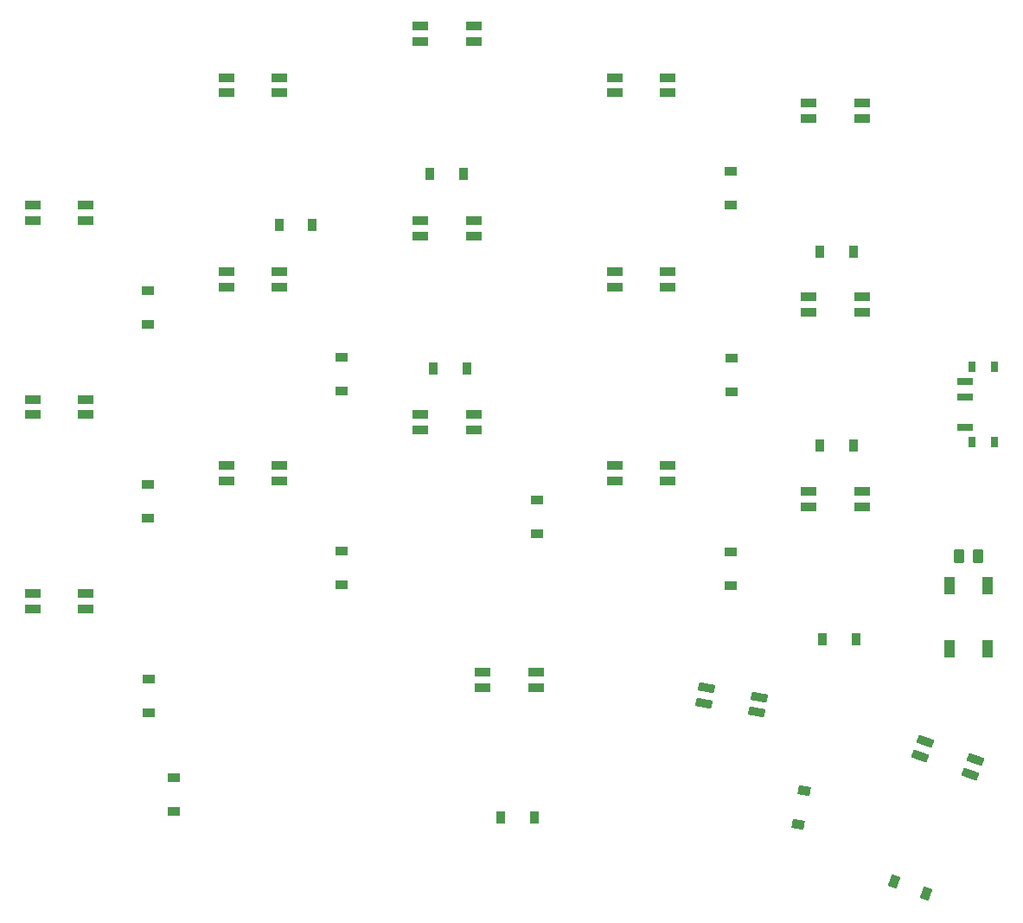
<source format=gbr>
%TF.GenerationSoftware,KiCad,Pcbnew,7.0.8*%
%TF.CreationDate,2023-11-08T13:39:32-05:00*%
%TF.ProjectId,bgkeeb,62676b65-6562-42e6-9b69-6361645f7063,rev?*%
%TF.SameCoordinates,Original*%
%TF.FileFunction,Paste,Top*%
%TF.FilePolarity,Positive*%
%FSLAX46Y46*%
G04 Gerber Fmt 4.6, Leading zero omitted, Abs format (unit mm)*
G04 Created by KiCad (PCBNEW 7.0.8) date 2023-11-08 13:39:32*
%MOMM*%
%LPD*%
G01*
G04 APERTURE LIST*
G04 Aperture macros list*
%AMRoundRect*
0 Rectangle with rounded corners*
0 $1 Rounding radius*
0 $2 $3 $4 $5 $6 $7 $8 $9 X,Y pos of 4 corners*
0 Add a 4 corners polygon primitive as box body*
4,1,4,$2,$3,$4,$5,$6,$7,$8,$9,$2,$3,0*
0 Add four circle primitives for the rounded corners*
1,1,$1+$1,$2,$3*
1,1,$1+$1,$4,$5*
1,1,$1+$1,$6,$7*
1,1,$1+$1,$8,$9*
0 Add four rect primitives between the rounded corners*
20,1,$1+$1,$2,$3,$4,$5,0*
20,1,$1+$1,$4,$5,$6,$7,0*
20,1,$1+$1,$6,$7,$8,$9,0*
20,1,$1+$1,$8,$9,$2,$3,0*%
%AMRotRect*
0 Rectangle, with rotation*
0 The origin of the aperture is its center*
0 $1 length*
0 $2 width*
0 $3 Rotation angle, in degrees counterclockwise*
0 Add horizontal line*
21,1,$1,$2,0,0,$3*%
G04 Aperture macros list end*
%ADD10RoundRect,0.250000X-0.262500X-0.450000X0.262500X-0.450000X0.262500X0.450000X-0.262500X0.450000X0*%
%ADD11R,1.100000X1.800000*%
%ADD12R,1.200000X0.900000*%
%ADD13R,0.900000X1.200000*%
%ADD14RotRect,0.900000X1.200000X80.000000*%
%ADD15RotRect,0.900000X1.200000X340.000000*%
%ADD16R,0.800000X1.000000*%
%ADD17R,1.500000X0.700000*%
%ADD18RoundRect,0.082000X0.718000X-0.328000X0.718000X0.328000X-0.718000X0.328000X-0.718000X-0.328000X0*%
%ADD19RoundRect,0.082000X0.650135X-0.447696X0.764049X0.198338X-0.650135X0.447696X-0.764049X-0.198338X0*%
%ADD20RoundRect,0.082000X0.562517X-0.553790X0.786882X0.062649X-0.562517X0.553790X-0.786882X-0.062649X0*%
G04 APERTURE END LIST*
D10*
%TO.C,R4*%
X149131093Y-86540404D03*
X150956093Y-86540404D03*
%TD*%
D11*
%TO.C,SW41*%
X148193593Y-95609404D03*
X151893593Y-89409404D03*
X151893593Y-95609404D03*
X148193593Y-89409404D03*
%TD*%
D12*
%TO.C,D7*%
X69665293Y-63857204D03*
X69665293Y-60557204D03*
%TD*%
%TO.C,D8*%
X69677993Y-82869104D03*
X69677993Y-79569104D03*
%TD*%
%TO.C,D9*%
X69779593Y-101919104D03*
X69779593Y-98619104D03*
%TD*%
D13*
%TO.C,D10*%
X85818693Y-54168104D03*
X82518693Y-54168104D03*
%TD*%
D12*
%TO.C,D16*%
X88677193Y-70359604D03*
X88677193Y-67059604D03*
%TD*%
%TO.C,D17*%
X88613693Y-89371504D03*
X88613693Y-86071504D03*
%TD*%
D13*
%TO.C,D18*%
X97326893Y-49100804D03*
X100626893Y-49100804D03*
%TD*%
%TO.C,D19*%
X97631693Y-68201604D03*
X100931693Y-68201604D03*
%TD*%
D12*
%TO.C,D20*%
X107752593Y-84367704D03*
X107752593Y-81067704D03*
%TD*%
D13*
%TO.C,D26*%
X104222993Y-112118204D03*
X107522993Y-112118204D03*
%TD*%
D12*
%TO.C,D27*%
X126726393Y-52160504D03*
X126726393Y-48860504D03*
%TD*%
%TO.C,D28*%
X126802593Y-70448504D03*
X126802593Y-67148504D03*
%TD*%
%TO.C,D29*%
X126739093Y-89396904D03*
X126739093Y-86096904D03*
%TD*%
D14*
%TO.C,D30*%
X133374074Y-112790637D03*
X133947112Y-109540771D03*
%TD*%
D13*
%TO.C,D31*%
X135452293Y-56733504D03*
X138752293Y-56733504D03*
%TD*%
%TO.C,D32*%
X135477693Y-75694604D03*
X138777693Y-75694604D03*
%TD*%
%TO.C,D33*%
X135757093Y-94693804D03*
X139057093Y-94693804D03*
%TD*%
D15*
%TO.C,D36*%
X142778100Y-118424571D03*
X145879086Y-119553237D03*
%TD*%
D12*
%TO.C,D37*%
X72192593Y-111558404D03*
X72192593Y-108258404D03*
%TD*%
D16*
%TO.C,SW_POWER1*%
X150373793Y-75349204D03*
X152583793Y-75349204D03*
X150373793Y-68049204D03*
X152583793Y-68049204D03*
D17*
X149723793Y-73949204D03*
X149723793Y-70949204D03*
X149723793Y-69449204D03*
%TD*%
D18*
%TO.C,D38*%
X58397589Y-53696488D03*
X58397589Y-52196488D03*
X63597589Y-52196488D03*
X63597589Y-53696488D03*
%TD*%
%TO.C,D39*%
X115397586Y-79196488D03*
X115397586Y-77696488D03*
X120597586Y-77696488D03*
X120597586Y-79196488D03*
%TD*%
%TO.C,D40*%
X58397589Y-72696487D03*
X58397589Y-71196487D03*
X63597589Y-71196487D03*
X63597589Y-72696487D03*
%TD*%
%TO.C,D44*%
X115397586Y-60196488D03*
X115397586Y-58696488D03*
X120597586Y-58696488D03*
X120597586Y-60196488D03*
%TD*%
%TO.C,D58*%
X58397588Y-91696486D03*
X58397588Y-90196486D03*
X63597588Y-90196486D03*
X63597588Y-91696486D03*
%TD*%
%TO.C,D61*%
X115397586Y-41196489D03*
X115397586Y-39696489D03*
X120597586Y-39696489D03*
X120597586Y-41196489D03*
%TD*%
%TO.C,D62*%
X134397585Y-43696490D03*
X134397585Y-42196490D03*
X139597585Y-42196490D03*
X139597585Y-43696490D03*
%TD*%
%TO.C,D63*%
X77397587Y-79196487D03*
X77397587Y-77696487D03*
X82597587Y-77696487D03*
X82597587Y-79196487D03*
%TD*%
%TO.C,D64*%
X134397585Y-62696489D03*
X134397585Y-61196489D03*
X139597585Y-61196489D03*
X139597585Y-62696489D03*
%TD*%
%TO.C,D65*%
X77397588Y-60196488D03*
X77397588Y-58696488D03*
X82597588Y-58696488D03*
X82597588Y-60196488D03*
%TD*%
%TO.C,D66*%
X134397585Y-81696488D03*
X134397585Y-80196488D03*
X139597585Y-80196488D03*
X139597585Y-81696488D03*
%TD*%
%TO.C,D67*%
X77397588Y-41196489D03*
X77397588Y-39696489D03*
X82597588Y-39696489D03*
X82597588Y-41196489D03*
%TD*%
%TO.C,D68*%
X102478593Y-99384405D03*
X102478593Y-97884405D03*
X107678593Y-97884405D03*
X107678593Y-99384405D03*
%TD*%
%TO.C,D69*%
X96397587Y-36196489D03*
X96397587Y-34696489D03*
X101597587Y-34696489D03*
X101597587Y-36196489D03*
%TD*%
%TO.C,D70*%
X96397587Y-55196488D03*
X96397587Y-53696488D03*
X101597587Y-53696488D03*
X101597587Y-55196488D03*
%TD*%
D19*
%TO.C,D71*%
X124155070Y-100925054D03*
X124415543Y-99447843D03*
X129536543Y-100350813D03*
X129276071Y-101828025D03*
%TD*%
D18*
%TO.C,D72*%
X96397586Y-74196488D03*
X96397586Y-72696488D03*
X101597586Y-72696488D03*
X101597586Y-74196488D03*
%TD*%
D20*
%TO.C,D73*%
X145285861Y-106117836D03*
X145798891Y-104708297D03*
X150685293Y-106486801D03*
X150172263Y-107896340D03*
%TD*%
M02*

</source>
